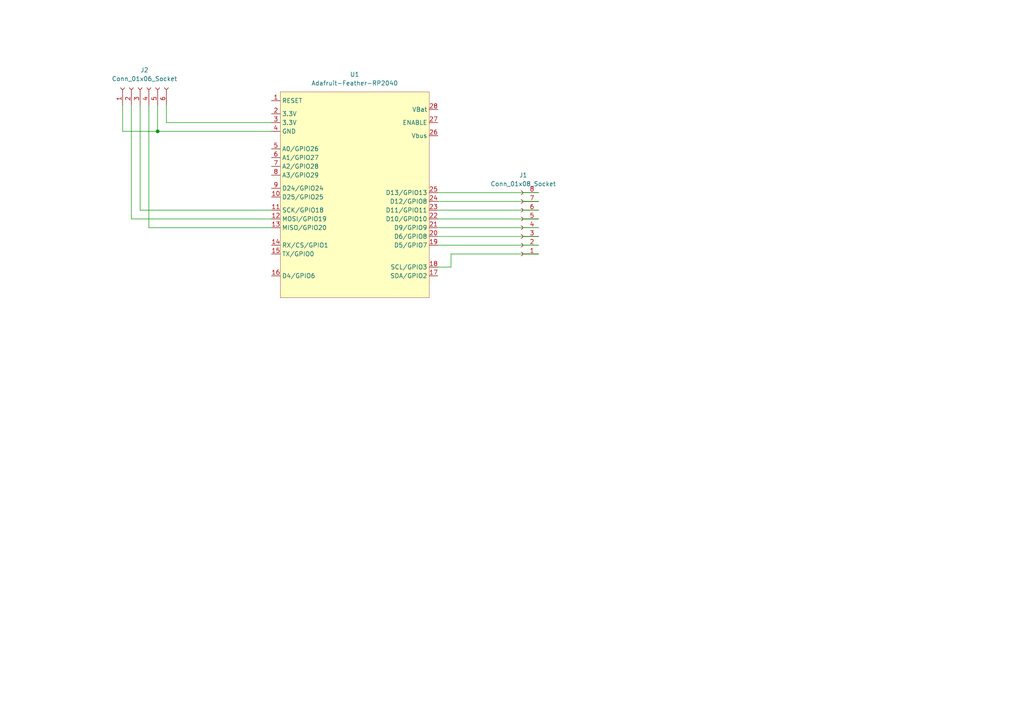
<source format=kicad_sch>
(kicad_sch (version 20231120) (generator "eeschema") (generator_version "8.0")
  (paper "A4")
  (lib_symbols
    (symbol "Adafruit-Feather-RP2040:Adafruit-Feather-RP2040"
      (property "Reference" "U" (at -0.127 33.528 0))
      (property "Value" "Adafruit-Feather-RP2040" (at 0 31.75 0))
      (symbol "Adafruit-Feather-RP2040_0_1"
        (rectangle (start -21.59 30.48) (end 21.59 -29.21) (stroke (width 0.001)) (fill (type background)))
      )
      (symbol "Adafruit-Feather-RP2040_1_1"
        (pin input line (at -24.13 27.94 0) (length 2.54) (name "RESET") (number "1"))
        (pin bidirectional line (at -24.13 0 0) (length 2.54) (name "D25/GPIO25") (number "10"))
        (pin bidirectional line (at -24.13 -3.81 0) (length 2.54) (name "SCK/GPIO18") (number "11"))
        (pin bidirectional line (at -24.13 -6.35 0) (length 2.54) (name "MOSI/GPIO19") (number "12"))
        (pin bidirectional line (at -24.13 -8.89 0) (length 2.54) (name "MISO/GPIO20") (number "13"))
        (pin bidirectional line (at -24.13 -13.97 0) (length 2.54) (name "RX/CS/GPIO1") (number "14"))
        (pin bidirectional line (at -24.13 -16.51 0) (length 2.54) (name "TX/GPIO0") (number "15"))
        (pin bidirectional line (at -24.13 -22.86 0) (length 2.54) (name "D4/GPIO6") (number "16"))
        (pin bidirectional line (at 24.13 -22.86 180) (length 2.54) (name "SDA/GPIO2") (number "17"))
        (pin bidirectional line (at 24.13 -20.32 180) (length 2.54) (name "SCL/GPIO3") (number "18"))
        (pin bidirectional line (at 24.13 -13.97 180) (length 2.54) (name "D5/GPIO7") (number "19"))
        (pin power_out line (at -24.13 24.13 0) (length 2.54) (name "3.3V") (number "2"))
        (pin bidirectional line (at 24.13 -11.43 180) (length 2.54) (name "D6/GPIO8") (number "20"))
        (pin bidirectional line (at 24.13 -8.89 180) (length 2.54) (name "D9/GPIO9") (number "21"))
        (pin bidirectional line (at 24.13 -6.35 180) (length 2.54) (name "D10/GPIO10") (number "22"))
        (pin bidirectional line (at 24.13 -3.81 180) (length 2.54) (name "D11/GPIO11") (number "23"))
        (pin bidirectional line (at 24.13 -1.27 180) (length 2.54) (name "D12/GPIO8") (number "24"))
        (pin bidirectional line (at 24.13 1.27 180) (length 2.54) (name "D13/GPIO13") (number "25"))
        (pin power_out line (at 24.13 17.78 180) (length 2.54) (name "Vbus") (number "26"))
        (pin input line (at 24.13 21.59 180) (length 2.54) (name "ENABLE") (number "27"))
        (pin input line (at 24.13 25.4 180) (length 2.54) (name "VBat") (number "28"))
        (pin power_out line (at -24.13 21.59 0) (length 2.54) (name "3.3V") (number "3"))
        (pin power_out line (at -24.13 19.05 0) (length 2.54) (name "GND") (number "4"))
        (pin bidirectional line (at -24.13 13.97 0) (length 2.54) (name "A0/GPIO26") (number "5"))
        (pin bidirectional line (at -24.13 11.43 0) (length 2.54) (name "A1/GPIO27") (number "6"))
        (pin bidirectional line (at -24.13 8.89 0) (length 2.54) (name "A2/GPIO28") (number "7"))
        (pin bidirectional line (at -24.13 6.35 0) (length 2.54) (name "A3/GPIO29") (number "8"))
        (pin bidirectional line (at -24.13 2.54 0) (length 2.54) (name "D24/GPIO24") (number "9"))
      )
    )
    (symbol "Connector:Conn_01x06_Socket" (pin_names (offset 1.016) hide)
      (property "Reference" "J" (at 0 7.62 0))
      (property "Value" "Conn_01x06_Socket" (at 0 -10.16 0))
      (symbol "Conn_01x06_Socket_1_1"
        (arc (start 0 -7.112) (mid -0.5058 -7.62) (end 0 -8.128) (stroke (width 0.1524)))
        (arc (start 0 -4.572) (mid -0.5058 -5.08) (end 0 -5.588) (stroke (width 0.1524)))
        (arc (start 0 -2.032) (mid -0.5058 -2.54) (end 0 -3.048) (stroke (width 0.1524)))
        (polyline (pts (xy -1.27 -7.62) (xy -0.508 -7.62)) (stroke (width 0.1524)))
        (polyline (pts (xy -1.27 -5.08) (xy -0.508 -5.08)) (stroke (width 0.1524)))
        (polyline (pts (xy -1.27 -2.54) (xy -0.508 -2.54)) (stroke (width 0.1524)))
        (polyline (pts (xy -1.27 0) (xy -0.508 0)) (stroke (width 0.1524)))
        (polyline (pts (xy -1.27 2.54) (xy -0.508 2.54)) (stroke (width 0.1524)))
        (polyline (pts (xy -1.27 5.08) (xy -0.508 5.08)) (stroke (width 0.1524)))
        (arc (start 0 0.508) (mid -0.5058 0) (end 0 -0.508) (stroke (width 0.1524)))
        (arc (start 0 3.048) (mid -0.5058 2.54) (end 0 2.032) (stroke (width 0.1524)))
        (arc (start 0 5.588) (mid -0.5058 5.08) (end 0 4.572) (stroke (width 0.1524)))
        (pin passive line (at -5.08 5.08 0) (length 3.81) (name "Pin_1") (number "1"))
        (pin passive line (at -5.08 2.54 0) (length 3.81) (name "Pin_2") (number "2"))
        (pin passive line (at -5.08 0 0) (length 3.81) (name "Pin_3") (number "3"))
        (pin passive line (at -5.08 -2.54 0) (length 3.81) (name "Pin_4") (number "4"))
        (pin passive line (at -5.08 -5.08 0) (length 3.81) (name "Pin_5") (number "5"))
        (pin passive line (at -5.08 -7.62 0) (length 3.81) (name "Pin_6") (number "6"))
      )
    )
    (symbol "Connector:Conn_01x08_Socket" (pin_names (offset 1.016) hide)
      (property "Reference" "J" (at 0 10.16 0))
      (property "Value" "Conn_01x08_Socket" (at 0 -12.7 0))
      (symbol "Conn_01x08_Socket_1_1"
        (arc (start 0 -9.652) (mid -0.5058 -10.16) (end 0 -10.668) (stroke (width 0.1524)))
        (arc (start 0 -7.112) (mid -0.5058 -7.62) (end 0 -8.128) (stroke (width 0.1524)))
        (arc (start 0 -4.572) (mid -0.5058 -5.08) (end 0 -5.588) (stroke (width 0.1524)))
        (arc (start 0 -2.032) (mid -0.5058 -2.54) (end 0 -3.048) (stroke (width 0.1524)))
        (polyline (pts (xy -1.27 -10.16) (xy -0.508 -10.16)) (stroke (width 0.1524)))
        (polyline (pts (xy -1.27 -7.62) (xy -0.508 -7.62)) (stroke (width 0.1524)))
        (polyline (pts (xy -1.27 -5.08) (xy -0.508 -5.08)) (stroke (width 0.1524)))
        (polyline (pts (xy -1.27 -2.54) (xy -0.508 -2.54)) (stroke (width 0.1524)))
        (polyline (pts (xy -1.27 0) (xy -0.508 0)) (stroke (width 0.1524)))
        (polyline (pts (xy -1.27 2.54) (xy -0.508 2.54)) (stroke (width 0.1524)))
        (polyline (pts (xy -1.27 5.08) (xy -0.508 5.08)) (stroke (width 0.1524)))
        (polyline (pts (xy -1.27 7.62) (xy -0.508 7.62)) (stroke (width 0.1524)))
        (arc (start 0 0.508) (mid -0.5058 0) (end 0 -0.508) (stroke (width 0.1524)))
        (arc (start 0 3.048) (mid -0.5058 2.54) (end 0 2.032) (stroke (width 0.1524)))
        (arc (start 0 5.588) (mid -0.5058 5.08) (end 0 4.572) (stroke (width 0.1524)))
        (arc (start 0 8.128) (mid -0.5058 7.62) (end 0 7.112) (stroke (width 0.1524)))
        (pin passive line (at -5.08 7.62 0) (length 3.81) (name "Pin_1") (number "1"))
        (pin passive line (at -5.08 5.08 0) (length 3.81) (name "Pin_2") (number "2"))
        (pin passive line (at -5.08 2.54 0) (length 3.81) (name "Pin_3") (number "3"))
        (pin passive line (at -5.08 0 0) (length 3.81) (name "Pin_4") (number "4"))
        (pin passive line (at -5.08 -2.54 0) (length 3.81) (name "Pin_5") (number "5"))
        (pin passive line (at -5.08 -5.08 0) (length 3.81) (name "Pin_6") (number "6"))
        (pin passive line (at -5.08 -7.62 0) (length 3.81) (name "Pin_7") (number "7"))
        (pin passive line (at -5.08 -10.16 0) (length 3.81) (name "Pin_8") (number "8"))
      )
    )
  )
  (junction (at 45.72 38.1))
  (wire (pts (xy 78.74 35.56) (xy 48.26 35.56)))
  (wire (pts (xy 127 66.04) (xy 156.21 66.04)))
  (wire (pts (xy 127 63.5) (xy 156.21 63.5)))
  (wire (pts (xy 130.81 77.47) (xy 130.81 73.66)))
  (wire (pts (xy 127 58.42) (xy 156.21 58.42)))
  (wire (pts (xy 35.56 30.48) (xy 35.56 38.1)))
  (wire (pts (xy 38.1 30.48) (xy 38.1 63.5)))
  (wire (pts (xy 45.72 30.48) (xy 45.72 38.1)))
  (wire (pts (xy 130.81 73.66) (xy 156.21 73.66)))
  (wire (pts (xy 40.64 60.96) (xy 78.74 60.96)))
  (wire (pts (xy 43.18 30.48) (xy 43.18 66.04)))
  (wire (pts (xy 127 77.47) (xy 130.81 77.47)))
  (wire (pts (xy 40.64 30.48) (xy 40.64 60.96)))
  (wire (pts (xy 127 68.58) (xy 156.21 68.58)))
  (wire (pts (xy 35.56 38.1) (xy 45.72 38.1)))
  (wire (pts (xy 127 60.96) (xy 156.21 60.96)))
  (wire (pts (xy 45.72 38.1) (xy 78.74 38.1)))
  (wire (pts (xy 48.26 35.56) (xy 48.26 30.48)))
  (wire (pts (xy 43.18 66.04) (xy 78.74 66.04)))
  (wire (pts (xy 156.21 55.88) (xy 127 55.88)))
  (wire (pts (xy 38.1 63.5) (xy 78.74 63.5)))
  (wire (pts (xy 127 71.12) (xy 156.21 71.12)))
  (symbol (lib_id "Adafruit-Feather-RP2040:Adafruit-Feather-RP2040") (at 102.87 57.15 0) (unit 1)
    (property "Reference" "U1" (at 102.87 21.59 0))
    (property "Value" "Adafruit-Feather-RP2040" (at 102.87 24.13 0))
    (property "Footprint" "Module:Adafruit_Feather" (effects (hide yes)))
  )
  (symbol (lib_id "Connector:Conn_01x06_Socket") (at 40.64 25.4 90) (unit 1)
    (property "Reference" "J2" (at 41.91 20.32 90))
    (property "Value" "Conn_01x06_Socket" (at 41.91 22.86 90))
    (property "Footprint" "Connector_PinHeader_2.54mm:PinHeader_1x06_P2.54mm_Horizontal" (effects (hide yes)))
    (property "Description" "Generic connector, single row, 01x06, script generated" (effects (hide yes)))
  )
  (symbol (lib_id "Connector:Conn_01x08_Socket") (at 151.13 66.04 180) (unit 1)
    (property "Reference" "J1" (at 151.765 50.8 0))
    (property "Value" "Conn_01x08_Socket" (at 151.765 53.34 0))
    (property "Footprint" "Connector_PinSocket_2.54mm:PinSocket_1x08_P2.54mm_Horizontal" (effects (hide yes)))
    (property "Description" "Generic connector, single row, 01x08, script generated" (effects (hide yes)))
  )
)
</source>
